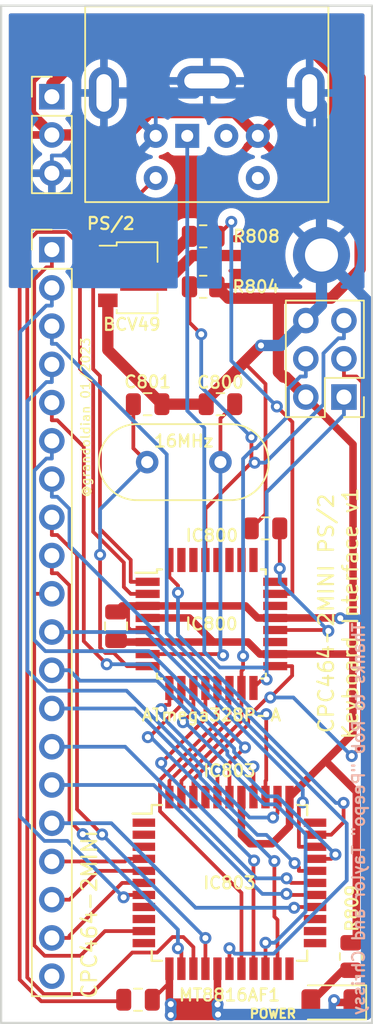
<source format=kicad_pcb>
(kicad_pcb (version 20211014) (generator pcbnew)
  (layers (0 "F.Cu" signal) (31 "B.Cu" signal) (34 "B.Paste" user) (35 "F.Paste" user) (36 "B.SilkS" user "B.Silkscreen") (37 "F.SilkS" user "F.Silkscreen") (38 "B.Mask" user) (39 "F.Mask" user) (44 "Edge.Cuts" user))
  (net 0 "")
  (net 1 "Net-(C800-Pad1)")
  (net 2 "GND")
  (net 3 "Net-(C801-Pad1)")
  (net 4 "Net-(C802-Pad1)")
  (net 5 "/ROW7")
  (net 6 "ADRESET")
  (net 7 "+5V")
  (net 8 "/COL9")
  (net 9 "/ROW0")
  (net 10 "/ROW1")
  (net 11 "/ROW2")
  (net 12 "/ROW3")
  (net 13 "/ROW4")
  (net 14 "/ROW5")
  (net 15 "/ROW6")
  (net 16 "/COL0")
  (net 17 "/COL1")
  (net 18 "/COL2")
  (net 19 "/COL3")
  (net 20 "/COL4")
  (net 21 "/COL5")
  (net 22 "/COL6")
  (net 23 "/COL7")
  (net 24 "/COL8")
  (net 25 "PS2-DATA")
  (net 27 "/AA6")
  (net 28 "/AA7")
  (net 29 "/AA1")
  (net 30 "/AA2")
  (net 31 "/AA3")
  (net 32 "/AA4")
  (net 33 "/AA5")
  (net 34 "PS2-CLK")
  (net 35 "MTSTROBE")
  (net 36 "AY2")
  (net 37 "AY1")
  (net 38 "AY0")
  (net 39 "AX2")
  (net 40 "AX1")
  (net 41 "AX0")
  (net 42 "ADMOSI")
  (net 43 "/AD0")
  (net 44 "ADSCK")
  (net 45 "/AD1")
  (net 46 "/COL14")
  (net 47 "BREAK")
  (net 48 "/COL15")
  (net 49 "/COL10")
  (net 50 "/COL11")
  (net 51 "/COL13")
  (net 52 "/COL12")
  (net 53 "MTDATA")
  (net 54 "Net-(R808-Pad1)")
  (net 55 "Net-(D810-Pad2)")
  (net 62 "!RST")
  (footprint "Capacitor_SMD:C_0805_2012Metric" (layer "F.Cu") (at 53.9 56.9 180)
    (fp_text reference "C800")
    (fp_text value "20pF" hide)
  )
  (footprint "Resistor_SMD:R_0805_2012Metric" (layer "F.Cu") (at 62.59 93.59 90)
    (fp_text reference "R809")
    (fp_text value "1K" hide)
  )
  (footprint "Crystal:Crystal_HC49-U_Vertical" (layer "F.Cu") (at 53.9 60.75 180)
    (fp_text reference "Y800" hide)
    (fp_text value "16MHz")
  )
  (footprint "Capacitor_SMD:C_0805_2012Metric" (layer "F.Cu") (at 48.41 96.46 180)
    (fp_text reference "C807" hide)
    (fp_text value "100nF" hide)
  )
  (footprint "Package_QFP:TQFP-32_7x7mm_P0.8mm" (layer "F.Cu") (at 53.3 71.5)
    (fp_text reference "IC800")
    (fp_text value "ATmega328P-A")
  )
  (footprint "Connector_PinHeader_2.54mm:PinHeader_1x20_P2.54mm_Vertical" (layer "F.Cu") (at 42.672 46.6344)
    (fp_text reference "CP002" hide)
    (fp_text value "CPC464-2MINI")
  )
  (footprint "Connector_PinHeader_2.54mm:PinHeader_1x03_P2.54mm_Vertical" (layer "F.Cu") (at 42.672 36.4744)
    (fp_text reference "J105" hide)
    (fp_text value "CPCMINIPWR" hide)
  )
  (footprint "Connector_PinHeader_2.54mm:PinHeader_2x03_P2.54mm_Vertical" (layer "F.Cu") (at 62.125 56.425 180)
    (fp_text reference "J800" hide)
    (fp_text value "ISP6" hide)
  )
  (footprint "Package_QFP:TQFP-44_10x10mm_P0.8mm" (layer "F.Cu") (at 54.5 88.7)
    (fp_text reference "IC803")
    (fp_text value "MT8816AF1")
  )
  (footprint "Capacitor_SMD:C_0805_2012Metric" (layer "F.Cu") (at 46.95 71.65 -90)
    (fp_text reference "C806" hide)
    (fp_text value "100nF" hide)
  )
  (footprint "MTKeyboard:Connector_Mini-DIN_Female_6Pin_2rows" (layer "F.Cu") (at 51.69 39.075 180)
    (fp_text reference "J804" hide)
    (fp_text value "PS/2")
  )
  (footprint "Capacitor_SMD:C_0805_2012Metric" (layer "F.Cu") (at 49.05 56.9)
    (fp_text reference "C801")
    (fp_text value "20pF" hide)
  )
  (footprint "MountingHole:MountingHole_2.2mm_M2_DIN965_Pad" (layer "F.Cu") (at 60.6298 46.99)
    (fp_text reference "H9" hide)
    (fp_text value "Smaller Keyboard Hole" hide)
  )
  (footprint "Resistor_SMD:R_0805_2012Metric" (layer "F.Cu") (at 52.75 45.75)
    (fp_text reference "R808")
    (fp_text value "1K5" hide)
  )
  (footprint "Resistor_SMD:R_0805_2012Metric" (layer "F.Cu") (at 52.75 49.1 180)
    (fp_text reference "R804")
    (fp_text value "10K" hide)
  )
  (footprint "Package_TO_SOT_SMD:SOT-89-3" (layer "F.Cu") (at 48.05 48.5)
    (fp_text reference "Q800" hide)
    (fp_text value "BCV49")
  )
  (footprint "LED_SMD:LED_1206_3216Metric" (layer "F.Cu") (at 61.32 96.64 180)
    (fp_text reference "D810" hide)
    (fp_text value "POWER")
  )
  (footprint "Capacitor_SMD:C_0805_2012Metric" (layer "F.Cu") (at 56.9 65.15 180)
    (fp_text reference "C802" hide)
    (fp_text value "100nF" hide)
  )
  (gr_rect locked (start 39.2938 30.4292) (end 64 98) (layer "Edge.Cuts") (width 0.15) (fill none))
  (gr_text "Thanks to Rob {dblquote}Peepo{dblquote} Taylor and Chrissy" (at 63.1 84.45 90) (layer "B.SilkS") (effects (font (size 0.8 0.8)) (justify mirror)))
  (gr_text "CPC464-2MINI PS/2\nKeyboard Interface v1" (at 61.75 70.8 90) (layer "F.SilkS") (effects (font (size 1 1))))
  (gr_text "@grandoldian 01/2023" (at 44.92 57.78 90) (layer "F.SilkS") (effects (font (size 0.6 0.6) (thickness 0.1))))
  (segment (start 53.9 57.85) (end 54.85 56.9) (width 0.25) (layer "F.Cu") (net 1))
  (segment (start 53.9958 73.5) (end 54.0771 73.5813) (width 0.25) (layer "F.Cu") (net 1))
  (segment (start 53.9 60.75) (end 53.9 57.85) (width 0.25) (layer "F.Cu") (net 1))
  (segment (start 49.05 73.5) (end 53.9958 73.5) (width 0.25) (layer "F.Cu") (net 1))
  (via (at 54.0771 73.5813) (size 0.8) (drill 0.4) (layers "F.Cu" "B.Cu") (net 1))
  (segment (start 53.9 73.4042) (end 53.9 60.75) (width 0.25) (layer "B.Cu") (net 1))
  (segment (start 54.0771 73.5813) (end 53.9 73.4042) (width 0.25) (layer "B.Cu") (net 1))
  (segment (start 50.5 95.53) (end 50.29 95.53) (width 0.25) (layer "F.Cu") (net 2))
  (segment (start 50.5 94.4) (end 50.5 95.53) (width 0.5) (layer "F.Cu") (net 2))
  (segment (start 55.575 70.3) (end 56.375 71.1) (width 0.5) (layer "F.Cu") (net 2))
  (segment (start 55.4748 54.1252) (end 56.9014 55.5518) (width 0.25) (layer "F.Cu") (net 2))
  (segment (start 61.8805 71.12) (end 61.8605 71.1) (width 0.5) (layer "F.Cu") (net 2))
  (segment (start 50.5 96.66) (end 50.59 96.75) (width 0.5) (layer "F.Cu") (net 2))
  (segment (start 49.05 70.3) (end 47.75 70.3) (width 0.5) (layer "F.Cu") (net 2))
  (segment (start 46.4 53.3) (end 46.4 50) (width 0.75) (layer "F.Cu") (net 2))
  (segment (start 61.8605 71.1) (end 57.55 71.1) (width 0.5) (layer "F.Cu") (net 2))
  (segment (start 49.05 71.9) (end 47.9249 71.9) (width 0.25) (layer "F.Cu") (net 2))
  (segment (start 62.72 96.64) (end 61.62 96.64) (width 0.5) (layer "F.Cu") (net 2))
  (segment (start 53.7 96.76) (end 53.71 96.77) (width 0.5) (layer "F.Cu") (net 2))
  (segment (start 52.95 56.9) (end 52.95 56.65) (width 0.75) (layer "F.Cu") (net 2))
  (segment (start 55.4748 54.1252) (end 56.6 53) (width 0.75) (layer "F.Cu") (net 2))
  (segment (start 53.69 96.75) (end 53.7 96.76) (width 0.75) (layer "F.Cu") (net 2))
  (segment (start 53.7 94.4) (end 53.7 96.76) (width 0.5) (layer "F.Cu") (net 2))
  (segment (start 47.75 70.3) (end 47.75 71.7251) (width 0.25) (layer "F.Cu") (net 2))
  (segment (start 50.29 95.53) (end 49.36 96.46) (width 0.25) (layer "F.Cu") (net 2))
  (segment (start 56.9014 55.5518) (end 56.9014 64.1986) (width 0.25) (layer "F.Cu") (net 2))
  (segment (start 53.74 97.44) (end 50.63 97.44) (width 0.75) (layer "F.Cu") (net 2))
  (segment (start 50.63 97.44) (end 50.59 97.48) (width 0.75) (layer "F.Cu") (net 2))
  (segment (start 47.75 71.7251) (end 47.9249 71.9) (width 0.25) (layer "F.Cu") (net 2))
  (segment (start 56.9014 64.1986) (end 55.95 65.15) (width 0.25) (layer "F.Cu") (net 2))
  (segment (start 50 56.9) (end 52.95 56.9) (width 0.75) (layer "F.Cu") (net 2))
  (segment (start 50.5 95.53) (end 50.5 96.66) (width 0.5) (layer "F.Cu") (net 2))
  (segment (start 56.375 71.1) (end 57.55 71.1) (width 0.5) (layer "F.Cu") (net 2))
  (segment (start 49.05 70.3) (end 55.575 70.3) (width 0.5) (layer "F.Cu") (net 2))
  (segment (start 53.7 96.76) (end 53.71 96.77) (width 0.75) (layer "F.Cu") (net 2))
  (segment (start 52.95 56.65) (end 55.4748 54.1252) (width 0.75) (layer "F.Cu") (net 2))
  (segment (start 61.62 96.64) (end 61.47 96.49) (width 0.5) (layer "F.Cu") (net 2))
  (segment (start 50.59 96.75) (end 53.69 96.75) (width 0.75) (layer "F.Cu") (net 2))
  (segment (start 47.75 70.3) (end 47.35 70.3) (width 0.5) (layer "F.Cu") (net 2))
  (segment (start 50 56.9) (end 46.4 53.3) (width 0.75) (layer "F.Cu") (net 2))
  (segment (start 47.35 70.3) (end 46.95 70.7) (width 0.5) (layer "F.Cu") (net 2))
  (via (at 50.59 96.75) (size 0.8) (drill 0.4) (layers "F.Cu" "B.Cu") (net 2))
  (via (at 50.59 97.48) (size 0.8) (drill 0.4) (layers "F.Cu" "B.Cu") (net 2))
  (via (at 56.6 53) (size 0.8) (drill 0.4) (layers "F.Cu" "B.Cu") (net 2))
  (via (at 61.47 96.49) (size 0.8) (drill 0.4) (layers "F.Cu" "B.Cu") (net 2))
  (via (at 61.8805 71.12) (size 0.8) (drill 0.4) (layers "F.Cu" "B.Cu") (net 2))
  (via (at 53.74 97.44) (size 0.8) (drill 0.4) (layers "F.Cu" "B.Cu") (net 2))
  (via (at 53.71 96.77) (size 0.8) (drill 0.4) (layers "F.Cu" "B.Cu") (net 2))
  (segment (start 44.0608 40.3793) (end 46.14 38.3001) (width 0.25) (layer "B.Cu") (net 2))
  (segment (start 53.71 96.77) (end 53.71 97.41) (width 0.75) (layer "B.Cu") (net 2))
  (segment (start 49.74 36.225) (end 49.59 36.375) (width 0.25) (layer "B.Cu") (net 2))
  (segment (start 57.93 53) (end 59.585 51.345) (width 0.75) (layer "B.Cu") (net 2))
  (segment (start 63.43 71.12) (end 63.625 70.925) (width 0.5) (layer "B.Cu") (net 2))
  (segment (start 61.8805 71.12) (end 63.43 71.12) (width 0.5) (layer "B.Cu") (net 2))
  (segment (start 56.6 53) (end 57.93 53) (width 0.75) (layer "B.Cu") (net 2))
  (segment (start 42.672 40.3793) (end 44.0608 40.3793) (width 0.25) (layer "B.Cu") (net 2))
  (segment (start 63.625 97.42) (end 63.605 97.44) (width 0.75) (layer "B.Cu") (net 2))
  (segment (start 59.84 36.225) (end 53.79 36.225) (width 0.75) (layer "B.Cu") (net 2))
  (segment (start 52.19 36.225) (end 52.99 35.425) (width 0.75) (layer "B.Cu") (net 2))
  (segment (start 61.47 96.49) (end 61.35 96.61) (width 0.5) (layer "B.Cu") (net 2))
  (segment (start 53.71 97.41) (end 53.74 97.44) (width 0.75) (layer "B.Cu") (net 2))
  (segment (start 63.605 97.44) (end 61.35 97.44) (width 0.75) (layer "B.Cu") (net 2))
  (segment (start 63.625 49.9852) (end 63.625 70.925) (width 0.75) (layer "B.Cu") (net 2))
  (segment (start 63.625 70.925) (end 63.625 97.42) (width 0.75) (layer "B.Cu") (net 2))
  (segment (start 49.59 36.375) (end 49.59 39.075) (width 0.25) (layer "B.Cu") (net 2))
  (segment (start 60.6298 46.99) (end 60.6298 50.3002) (width 0.75) (layer "B.Cu") (net 2))
  (segment (start 42.672 41.5544) (end 42.672 40.3793) (width 0.25) (layer "B.Cu") (net 2))
  (segment (start 53.79 36.225) (end 52.99 35.425) (width 0.75) (layer "B.Cu") (net 2))
  (segment (start 60.6298 46.99) (end 63.625 49.9852) (width 0.75) (layer "B.Cu") (net 2))
  (segment (start 61.35 96.61) (end 61.35 97.44) (width 0.5) (layer "B.Cu") (net 2))
  (segment (start 60.6298 50.3002) (end 59.585 51.345) (width 0.75) (layer "B.Cu") (net 2))
  (segment (start 50.59 97.48) (end 50.59 96.75) (width 0.75) (layer "B.Cu") (net 2))
  (segment (start 46.14 36.225) (end 49.74 36.225) (width 0.75) (layer "B.Cu") (net 2))
  (segment (start 58.45 97.44) (end 53.74 97.44) (width 0.75) (layer "B.Cu") (net 2))
  (segment (start 46.14 36.225) (end 46.14 38.3001) (width 0.25) (layer "B.Cu") (net 2))
  (segment (start 60.6298 46.99) (end 60.6298 37.0148) (width 0.75) (layer "B.Cu") (net 2))
  (segment (start 49.74 36.225) (end 52.19 36.225) (width 0.75) (layer "B.Cu") (net 2))
  (segment (start 61.35 97.44) (end 58.45 97.44) (width 0.75) (layer "B.Cu") (net 2))
  (segment (start 60.6298 37.0148) (end 59.84 36.225) (width 0.75) (layer "B.Cu") (net 2))
  (segment (start 46.2367 73.4262) (end 45.8844 73.0739) (width 0.25) (layer "F.Cu") (net 3))
  (segment (start 45.8844 73.0739) (end 45.8844 66.8999) (width 0.25) (layer "F.Cu") (net 3))
  (segment (start 47.6775 74.3) (end 46.8037 73.4262) (width 0.25) (layer "F.Cu") (net 3))
  (segment (start 48.1 56.9) (end 48.1 59.83) (width 0.25) (layer "F.Cu") (net 3))
  (segment (start 49.05 74.3) (end 47.6775 74.3) (width 0.25) (layer "F.Cu") (net 3))
  (segment (start 46.8037 73.4262) (end 46.2367 73.4262) (width 0.25) (layer "F.Cu") (net 3))
  (segment (start 48.1 59.83) (end 49.02 60.75) (width 0.25) (layer "F.Cu") (net 3))
  (via (at 45.8844 66.8999) (size 0.8) (drill 0.4) (layers "F.Cu" "B.Cu") (net 3))
  (segment (start 45.8844 63.8856) (end 45.8844 66.8999) (width 0.25) (layer "B.Cu") (net 3))
  (segment (start 49.02 60.75) (end 45.8844 63.8856) (width 0.25) (layer "B.Cu") (net 3))
  (segment (start 57.85 65.15) (end 57.85 67.8182) (width 0.25) (layer "F.Cu") (net 4))
  (segment (start 61.0262 71.9) (end 61.0868 71.9606) (width 0.25) (layer "F.Cu") (net 4))
  (segment (start 57.55 71.9) (end 61.0262 71.9) (width 0.25) (layer "F.Cu") (net 4))
  (via (at 61.0868 71.9606) (size 0.8) (drill 0.4) (layers "F.Cu" "B.Cu") (net 4))
  (via (at 57.85 67.8182) (size 0.8) (drill 0.4) (layers "F.Cu" "B.Cu") (net 4))
  (segment (start 57.85 68.7238) (end 57.85 67.8182) (width 0.25) (layer "B.Cu") (net 4))
  (segment (start 61.0868 71.9606) (end 57.85 68.7238) (width 0.25) (layer "B.Cu") (net 4))
  (segment (start 42.672 46.6344) (end 42.672 47.8095) (width 0.25) (layer "F.Cu") (net 5))
  (segment (start 42.1948 93.5402) (end 44.5707 93.5402) (width 0.25) (layer "F.Cu") (net 5))
  (segment (start 41.4969 48.6173) (end 42.3047 47.8095) (width 0.25) (layer "F.Cu") (net 5))
  (segment (start 42.3047 47.8095) (end 42.672 47.8095) (width 0.25) (layer "F.Cu") (net 5))
  (segment (start 41.4969 69.4944) (end 41.4969 48.6173) (width 0.25) (layer "F.Cu") (net 5))
  (segment (start 41.4969 69.4944) (end 41.4969 92.8423) (width 0.25) (layer "F.Cu") (net 5))
  (segment (start 44.5707 93.5402) (end 46.2109 91.9) (width 0.25) (layer "F.Cu") (net 5))
  (segment (start 46.2109 91.9) (end 48.8 91.9) (width 0.25) (layer "F.Cu") (net 5))
  (segment (start 42.672 69.4944) (end 41.4969 69.4944) (width 0.25) (layer "F.Cu") (net 5))
  (segment (start 41.4969 92.8423) (end 42.1948 93.5402) (width 0.25) (layer "F.Cu") (net 5))
  (segment (start 51.8375 51.471) (end 51.8375 49.1) (width 0.25) (layer "F.Cu") (net 6))
  (segment (start 52.9 67.25) (end 52.9 63.8476) (width 0.25) (layer "F.Cu") (net 6))
  (segment (start 52.6206 52.2541) (end 51.8375 51.471) (width 0.25) (layer "F.Cu") (net 6))
  (segment (start 55.964 60.7836) (end 56.1762 60.7836) (width 0.25) (layer "F.Cu") (net 6))
  (segment (start 52.9 63.8476) (end 55.964 60.7836) (width 0.25) (layer "F.Cu") (net 6))
  (segment (start 55.964 60.7836) (end 55.964 59.0976) (width 0.25) (layer "F.Cu") (net 6))
  (via (at 52.6206 52.2541) (size 0.8) (drill 0.4) (layers "F.Cu" "B.Cu") (net 6))
  (via (at 55.964 59.0976) (size 0.8) (drill 0.4) (layers "F.Cu" "B.Cu") (net 6))
  (via (at 56.1762 60.7836) (size 0.8) (drill 0.4) (layers "F.Cu" "B.Cu") (net 6))
  (segment (start 56.8961 60.7836) (end 60.7602 56.9195) (width 0.25) (layer "B.Cu") (net 6))
  (segment (start 62.125 51.345) (end 62.125 52.5201) (width 0.25) (layer "B.Cu") (net 6))
  (segment (start 55.964 59.0976) (end 52.6206 55.7542) (width 0.25) (layer "B.Cu") (net 6))
  (segment (start 56.1762 60.7836) (end 56.8961 60.7836) (width 0.25) (layer "B.Cu") (net 6))
  (segment (start 61.7597 52.5201) (end 62.125 52.5201) (width 0.25) (layer "B.Cu") (net 6))
  (segment (start 52.6206 55.7542) (end 52.6206 52.2541) (width 0.25) (layer "B.Cu") (net 6))
  (segment (start 60.7602 53.5196) (end 61.7597 52.5201) (width 0.25) (layer "B.Cu") (net 6))
  (segment (start 60.7602 56.9195) (end 60.7602 53.5196) (width 0.25) (layer "B.Cu") (net 6))
  (segment (start 63.2 47.93) (end 61.27 49.86) (width 0.75) (layer "F.Cu") (net 7))
  (segment (start 40.5283 38.7831) (end 40.5283 95.124) (width 0.25) (layer "F.Cu") (net 7))
  (segment (start 62.72 78.78) (end 62.72 73.55) (width 0.5) (layer "F.Cu") (net 7))
  (segment (start 41.247 37.5894) (end 41.247 35.373) (width 0.75) (layer "F.Cu") (net 7))
  (segment (start 63.2 35.23) (end 63.2 47.93) (width 0.75) (layer "F.Cu") (net 7))
  (segment (start 47.7061 39.0144) (end 48.96 37.7605) (width 0.75) (layer "F.Cu") (net 7))
  (segment (start 62.73 59.57) (end 59.585 56.425) (width 0.5) (layer "F.Cu") (net 7))
  (segment (start 62.67 73.5) (end 62.72 73.55) (width 0.25) (layer "F.Cu") (net 7))
  (segment (start 44.37 32.25) (end 60.22 32.25) (width 0.75) (layer "F.Cu") (net 7))
  (segment (start 58.26 55.1) (end 58.09 55.1) (width 0.75) (layer "F.Cu") (net 7))
  (segment (start 40.5283 95.124) (end 41.964 96.5597) (width 0.25) (layer "F.Cu") (net 7))
  (segment (start 42.672 39.0144) (end 41.4845 37.8269) (width 0.75) (layer "F.Cu") (net 7))
  (segment (start 55.3 85.52) (end 55.88 86.1) (width 0.5) (layer "F.Cu") (net 7))
  (segment (start 41.4845 37.8269) (end 41.247 37.5894) (width 0.75) (layer "F.Cu") (net 7))
  (segment (start 46.95 72.6) (end 47.05 72.7) (width 0.5) (layer "F.Cu") (net 7))
  (segment (start 54.845 37.53) (end 56.39 39.075) (width 0.75) (layer "F.Cu") (net 7))
  (segment (start 56.53 73.5) (end 57.55 73.5) (width 0.5) (layer "F.Cu") (net 7))
  (segment (start 57.55 73.5) (end 62.67 73.5) (width 0.5) (layer "F.Cu") (net 7))
  (segment (start 47.3603 96.5597) (end 47.46 96.46) (width 0.25) (layer "F.Cu") (net 7))
  (segment (start 59.585 56.425) (end 58.26 55.1) (width 0.75) (layer "F.Cu") (net 7))
  (segment (start 62.67 73.5) (end 62.73 73.5) (width 0.5) (layer "F.Cu") (net 7))
  (segment (start 57.34 86.1) (end 58.5 84.94) (width 0.5) (layer "F.Cu") (net 7))
  (segment (start 61.27 49.86) (end 57.76 49.86) (width 0.75) (layer "F.Cu") (net 7))
  (segment (start 62.95 92.3175) (end 62.59 92.6775) (width 0.5) (layer "F.Cu") (net 7))
  (segment (start 57.76 49.86) (end 54.4225 49.86) (width 0.75) (layer "F.Cu") (net 7))
  (segment (start 58.5 83) (end 60.905 80.595) (width 0.5) (layer "F.Cu") (net 7))
  (segment (start 58.5 84.94) (end 58.5 83) (width 0.5) (layer "F.Cu") (net 7))
  (segment (start 55.73 72.7) (end 56.53 73.5) (width 0.5) (layer "F.Cu") (net 7))
  (segment (start 62.95 82.64) (end 62.95 92.3175) (width 0.5) (layer "F.Cu") (net 7))
  (segment (start 42.672 39.0144) (end 47.7061 39.0144) (width 0.75) (layer "F.Cu") (net 7))
  (segment (start 57.76 54.77) (end 57.76 49.86) (width 0.75) (layer "F.Cu") (net 7))
  (segment (start 54.4225 49.86) (end 53.6625 49.1) (width 0.75) (layer "F.Cu") (net 7))
  (segment (start 62.73 73.5) (end 62.73 59.57) (width 0.5) (layer "F.Cu") (net 7))
  (segment (start 58.09 55.1) (end 57.76 54.77) (width 0.75) (layer "F.Cu") (net 7))
  (segment (start 41.964 96.5597) (end 47.3603 96.5597) (width 0.25) (layer "F.Cu") (net 7))
  (segment (start 47.05 72.7) (end 49.05 72.7) (width 0.5) (layer "F.Cu") (net 7))
  (segment (start 60.22 32.25) (end 63.2 35.23) (width 0.75) (layer "F.Cu") (net 7))
  (segment (start 49.05 72.7) (end 53.42 72.7) (width 0.5) (layer "F.Cu") (net 7))
  (segment (start 48.96 37.53) (end 54.845 37.53) (width 0.75) (layer "F.Cu") (net 7))
  (segment (start 53.42 72.7) (end 55.73 72.7) (width 0.5) (layer "F.Cu") (net 7))
  (segment (start 55.3 83) (end 55.3 85.52) (width 0.5) (layer "F.Cu") (net 7))
  (segment (start 48.96 37.7605) (end 48.96 37.53) (width 0.75) (layer "F.Cu") (net 7))
  (segment (start 41.247 35.373) (end 44.37 32.25) (width 0.75) (layer "F.Cu") (net 7))
  (segment (start 55.88 86.1) (end 57.34 86.1) (width 0.5) (layer "F.Cu") (net 7))
  (segment (start 60.905 80.595) (end 62.95 82.64) (width 0.5) (layer "F.Cu") (net 7))
  (segment (start 49.05 71.1) (end 51.82 71.1) (width 0.5) (layer "F.Cu") (net 7))
  (segment (start 51.82 71.1) (end 53.42 72.7) (width 0.5) (layer "F.Cu") (net 7))
  (segment (start 60.905 80.595) (end 62.72 78.78) (width 0.5) (layer "F.Cu") (net 7))
  (segment (start 41.4845 37.8269) (end 40.5283 38.7831) (width 0.25) (layer "F.Cu") (net 7))
  (segment (start 47.4499 89.6561) (end 47.5688 89.6561) (width 0.25) (layer "F.Cu") (net 8))
  (segment (start 48.8 89.5) (end 47.7249 89.5) (width 0.25) (layer "F.Cu") (net 8))
  (segment (start 47.5688 89.6561) (end 47.7249 89.5) (width 0.25) (layer "F.Cu") (net 8))
  (via (at 47.4499 89.6561) (size 0.8) (drill 0.4) (layers "F.Cu" "B.Cu") (net 8))
  (segment (start 42.672 50.3495) (end 42.3048 50.3495) (width 0.25) (layer "B.Cu") (net 8))
  (segment (start 40.5678 84.2978) (end 42.1796 85.9096) (width 0.25) (layer "B.Cu") (net 8))
  (segment (start 43.7034 85.9096) (end 47.4499 89.6561) (width 0.25) (layer "B.Cu") (net 8))
  (segment (start 42.1796 85.9096) (end 43.7034 85.9096) (width 0.25) (layer "B.Cu") (net 8))
  (segment (start 40.5678 52.0865) (end 40.5678 84.2978) (width 0.25) (layer "B.Cu") (net 8))
  (segment (start 42.3048 50.3495) (end 40.5678 52.0865) (width 0.25) (layer "B.Cu") (net 8))
  (segment (start 42.672 49.1744) (end 42.672 50.3495) (width 0.25) (layer "B.Cu") (net 8))
  (segment (start 62.1 84.6751) (end 62.1 83.3868) (width 0.25) (layer "F.Cu") (net 9))
  (segment (start 60.2 85.5) (end 61.2751 85.5) (width 0.25) (layer "F.Cu") (net 9))
  (segment (start 61.2751 85.5) (end 62.1 84.6751) (width 0.25) (layer "F.Cu") (net 9))
  (via (at 62.1 83.3868) (size 0.8) (drill 0.4) (layers "F.Cu" "B.Cu") (net 9))
  (segment (start 62.1 83.3868) (end 61.584 83.3868) (width 0.25) (layer "B.Cu") (net 9))
  (segment (start 42.9835 52.8895) (end 42.672 52.8895) (width 0.25) (layer "B.Cu") (net 9))
  (segment (start 50.3208 72.1236) (end 50.3208 60.2268) (width 0.25) (layer "B.Cu") (net 9))
  (segment (start 42.672 51.7144) (end 42.672 52.8895) (width 0.25) (layer "B.Cu") (net 9))
  (segment (start 61.584 83.3868) (end 50.3208 72.1236) (width 0.25) (layer "B.Cu") (net 9))
  (segment (start 50.3208 60.2268) (end 42.9835 52.8895) (width 0.25) (layer "B.Cu") (net 9))
  (segment (start 57.6839 84.0751) (end 57.7 84.0751) (width 0.25) (layer "F.Cu") (net 10))
  (segment (start 57.4016 84.3574) (end 57.6839 84.0751) (width 0.25) (layer "F.Cu") (net 10))
  (segment (start 57.7 83) (end 57.7 84.0751) (width 0.25) (layer "F.Cu") (net 10))
  (via (at 57.4016 84.3574) (size 0.8) (drill 0.4) (layers "F.Cu" "B.Cu") (net 10))
  (segment (start 42.672 54.2544) (end 42.672 55.4295) (width 0.25) (layer "B.Cu") (net 10))
  (segment (start 42.672 55.4295) (end 42.3047 55.4295) (width 0.25) (layer "B.Cu") (net 10))
  (segment (start 55.8422 84.3574) (end 57.4016 84.3574) (width 0.25) (layer "B.Cu") (net 10))
  (segment (start 47.6449 75.928) (end 53.004 81.2871) (width 0.25) (layer "B.Cu") (net 10))
  (segment (start 53.004 81.2871) (end 53.004 81.5192) (width 0.25) (layer "B.Cu") (net 10))
  (segment (start 41.0462 56.688) (end 41.0462 74.612) (width 0.25) (layer "B.Cu") (net 10))
  (segment (start 41.0462 74.612) (end 42.3622 75.928) (width 0.25) (layer "B.Cu") (net 10))
  (segment (start 42.3622 75.928) (end 47.6449 75.928) (width 0.25) (layer "B.Cu") (net 10))
  (segment (start 53.004 81.5192) (end 55.8422 84.3574) (width 0.25) (layer "B.Cu") (net 10))
  (segment (start 42.3047 55.4295) (end 41.0462 56.688) (width 0.25) (layer "B.Cu") (net 10))
  (segment (start 44.7984 59.7287) (end 44.7984 72.6443) (width 0.25) (layer "F.Cu") (net 11))
  (segment (start 56.1 83) (end 56.1 80.9711) (width 0.25) (layer "F.Cu") (net 11))
  (segment (start 43.0392 57.9695) (end 44.7984 59.7287) (width 0.25) (layer "F.Cu") (net 11))
  (segment (start 42.672 57.9695) (end 43.0392 57.9695) (width 0.25) (layer "F.Cu") (net 11))
  (segment (start 44.7984 72.6443) (end 46.3287 74.1746) (width 0.25) (layer "F.Cu") (net 11))
  (segment (start 42.672 56.7944) (end 42.672 57.9695) (width 0.25) (layer "F.Cu") (net 11))
  (via (at 56.1 80.9711) (size 0.8) (drill 0.4) (layers "F.Cu" "B.Cu") (net 11))
  (via (at 46.3287 74.1746) (size 0.8) (drill 0.4) (layers "F.Cu" "B.Cu") (net 11))
  (segment (start 55.7801 80.9711) (end 56.1 80.9711) (width 0.25) (layer "B.Cu") (net 11))
  (segment (start 46.3287 74.1746) (end 49.2158 74.1746) (width 0.25) (layer "B.Cu") (net 11))
  (segment (start 54.81 80.001) (end 55.7801 80.9711) (width 0.25) (layer "B.Cu") (net 11))
  (segment (start 54.81 79.7688) (end 54.81 80.001) (width 0.25) (layer "B.Cu") (net 11))
  (segment (start 49.2158 74.1746) (end 54.81 79.7688) (width 0.25) (layer "B.Cu") (net 11))
  (segment (start 54.5 81.9249) (end 54.5 80.7358) (width 0.25) (layer "F.Cu") (net 12))
  (segment (start 54.5 83) (end 54.5 81.9249) (width 0.25) (layer "F.Cu") (net 12))
  (segment (start 54.5 80.7358) (end 55.5351 79.7007) (width 0.25) (layer "F.Cu") (net 12))
  (via (at 55.5351 79.7007) (size 0.8) (drill 0.4) (layers "F.Cu" "B.Cu") (net 12))
  (segment (start 42.2392 73.3044) (end 49.1388 73.3044) (width 0.25) (layer "B.Cu") (net 12))
  (segment (start 49.1388 73.3044) (end 55.5351 79.7007) (width 0.25) (layer "B.Cu") (net 12))
  (segment (start 41.4963 61.318) (end 41.4963 72.5615) (width 0.25) (layer "B.Cu") (net 12))
  (segment (start 41.4963 72.5615) (end 42.2392 73.3044) (width 0.25) (layer "B.Cu") (net 12))
  (segment (start 42.672 59.3344) (end 42.672 60.5095) (width 0.25) (layer "B.Cu") (net 12))
  (segment (start 42.3048 60.5095) (end 41.4963 61.318) (width 0.25) (layer "B.Cu") (net 12))
  (segment (start 42.672 60.5095) (end 42.3048 60.5095) (width 0.25) (layer "B.Cu") (net 12))
  (segment (start 54.5 94.4) (end 54.5 93.0435) (width 0.25) (layer "F.Cu") (net 13))
  (via (at 54.5 93.0435) (size 0.8) (drill 0.4) (layers "F.Cu" "B.Cu") (net 13))
  (segment (start 43.8471 63.8573) (end 43.8471 66.299) (width 0.25) (layer "B.Cu") (net 13))
  (segment (start 43.0393 63.0495) (end 43.8471 63.8573) (width 0.25) (layer "B.Cu") (net 13))
  (segment (start 62.3106 88.5382) (end 57.4487 93.4001) (width 0.25) (layer "B.Cu") (net 13))
  (segment (start 42.672 63.0495) (end 43.0393 63.0495) (width 0.25) (layer "B.Cu") (net 13))
  (segment (start 42.672 61.8744) (end 42.672 63.0495) (width 0.25) (layer "B.Cu") (net 13))
  (segment (start 43.8471 66.299) (end 62.3106 84.7625) (width 0.25) (layer "B.Cu") (net 13))
  (segment (start 54.8566 93.4001) (end 54.5 93.0435) (width 0.25) (layer "B.Cu") (net 13))
  (segment (start 62.3106 84.7625) (end 62.3106 88.5382) (width 0.25) (layer "B.Cu") (net 13))
  (segment (start 57.4487 93.4001) (end 54.8566 93.4001) (width 0.25) (layer "B.Cu") (net 13))
  (segment (start 44.3482 66.8985) (end 43.0392 65.5895) (width 0.25) (layer "F.Cu") (net 14))
  (segment (start 46.0178 85.4806) (end 44.3482 83.811) (width 0.25) (layer "F.Cu") (net 14))
  (segment (start 42.672 64.4144) (end 42.672 65.5895) (width 0.25) (layer "F.Cu") (net 14))
  (segment (start 52.9 92.3628) (end 52.9 94.4) (width 0.25) (layer "F.Cu") (net 14))
  (segment (start 44.3482 83.811) (end 44.3482 66.8985) (width 0.25) (layer "F.Cu") (net 14))
  (segment (start 43.0392 65.5895) (end 42.672 65.5895) (width 0.25) (layer "F.Cu") (net 14))
  (via (at 52.9 92.3628) (size 0.8) (drill 0.4) (layers "F.Cu" "B.Cu") (net 14))
  (via (at 46.0178 85.4806) (size 0.8) (drill 0.4) (layers "F.Cu" "B.Cu") (net 14))
  (segment (start 52.9 92.3628) (end 46.0178 85.4806) (width 0.25) (layer "B.Cu") (net 14))
  (segment (start 42.672 66.9544) (end 42.672 68.1295) (width 0.25) (layer "F.Cu") (net 15))
  (segment (start 43.8471 68.9373) (end 43.8471 84.582) (width 0.25) (layer "F.Cu") (net 15))
  (segment (start 51.3 94.4) (end 51.3 93.2702) (width 0.25) (layer "F.Cu") (net 15))
  (segment (start 51.3 93.2702) (end 51.0668 93.037) (width 0.25) (layer "F.Cu") (net 15))
  (segment (start 43.8471 84.582) (end 44.7282 85.4631) (width 0.25) (layer "F.Cu") (net 15))
  (segment (start 42.672 68.1295) (end 43.0393 68.1295) (width 0.25) (layer "F.Cu") (net 15))
  (segment (start 43.0393 68.1295) (end 43.8471 68.9373) (width 0.25) (layer "F.Cu") (net 15))
  (via (at 51.0668 93.037) (size 0.8) (drill 0.4) (layers "F.Cu" "B.Cu") (net 15))
  (via (at 44.7282 85.4631) (size 0.8) (drill 0.4) (layers "F.Cu" "B.Cu") (net 15))
  (segment (start 51.0667 93.037) (end 51.0667 91.8016) (width 0.25) (layer "B.Cu") (net 15))
  (segment (start 51.0667 91.8016) (end 44.7282 85.4631) (width 0.25) (layer "B.Cu") (net 15))
  (segment (start 51.0668 93.037) (end 51.0667 93.037) (width 0.25) (layer "B.Cu") (net 15))
  (segment (start 59.1249 86.3) (end 59.1249 83.6058) (width 0.25) (layer "F.Cu") (net 16))
  (segment (start 59.1249 83.6058) (end 59.3824 83.3483) (width 0.25) (layer "F.Cu") (net 16))
  (segment (start 60.2 86.3) (end 59.1249 86.3) (width 0.25) (layer "F.Cu") (net 16))
  (via (at 59.3824 83.3483) (size 0.8) (drill 0.4) (layers "F.Cu" "B.Cu") (net 16))
  (segment (start 59.3824 82.4837) (end 59.3824 83.3483) (width 0.25) (layer "B.Cu") (net 16))
  (segment (start 48.9331 72.0344) (end 59.3824 82.4837) (width 0.25) (layer "B.Cu") (net 16))
  (segment (start 42.672 72.0344) (end 48.9331 72.0344) (width 0.25) (layer "B.Cu") (net 16))
  (segment (start 60.2 87.1) (end 61.2751 87.1) (width 0.25) (layer "F.Cu") (net 17))
  (segment (start 61.2751 87.1) (end 61.5592 86.8159) (width 0.25) (layer "F.Cu") (net 17))
  (via (at 61.5592 86.8159) (size 0.8) (drill 0.4) (layers "F.Cu" "B.Cu") (net 17))
  (segment (start 42.672 74.5744) (end 43.8471 74.5744) (width 0.25) (layer "B.Cu") (net 17))
  (segment (start 55.0846 80.9121) (end 55.0846 81.0445) (width 0.25) (layer "B.Cu") (net 17))
  (segment (start 55.0846 81.0445) (end 56.9918 82.9517) (width 0.25) (layer "B.Cu") (net 17))
  (segment (start 57.695 82.9517) (end 61.5592 86.8159) (width 0.25) (layer "B.Cu") (net 17))
  (segment (start 56.9918 82.9517) (end 57.695 82.9517) (width 0.25) (layer "B.Cu") (net 17))
  (segment (start 54.3599 80.1874) (end 55.0846 80.9121) (width 0.25) (layer "B.Cu") (net 17))
  (segment (start 49.6713 75.2667) (end 54.3599 79.9553) (width 0.25) (layer "B.Cu") (net 17))
  (segment (start 43.8471 74.5744) (end 44.5394 75.2667) (width 0.25) (layer "B.Cu") (net 17))
  (segment (start 54.3599 79.9553) (end 54.3599 80.1874) (width 0.25) (layer "B.Cu") (net 17))
  (segment (start 44.5394 75.2667) (end 49.6713 75.2667) (width 0.25) (layer "B.Cu") (net 17))
  (segment (start 60.2 87.9) (end 59.1249 87.9) (width 0.25) (layer "F.Cu") (net 18))
  (segment (start 58.8378 87.3854) (end 59.1249 87.6725) (width 0.25) (layer "F.Cu") (net 18))
  (segment (start 59.1249 87.6725) (end 59.1249 87.9) (width 0.25) (layer "F.Cu") (net 18))
  (via (at 58.8378 87.3854) (size 0.8) (drill 0.4) (layers "F.Cu" "B.Cu") (net 18))
  (segment (start 43.8471 77.1144) (end 48.1947 77.1144) (width 0.25) (layer "B.Cu") (net 18))
  (segment (start 42.672 77.1144) (end 43.8471 77.1144) (width 0.25) (layer "B.Cu") (net 18))
  (segment (start 56.962 85.5096) (end 58.8378 87.3854) (width 0.25) (layer "B.Cu") (net 18))
  (segment (start 48.1947 77.1144) (end 52.5539 81.4736) (width 0.25) (layer "B.Cu") (net 18))
  (segment (start 52.5539 81.7057) (end 56.3578 85.5096) (width 0.25) (layer "B.Cu") (net 18))
  (segment (start 52.5539 81.4736) (end 52.5539 81.7057) (width 0.25) (layer "B.Cu") (net 18))
  (segment (start 56.3578 85.5096) (end 56.962 85.5096) (width 0.25) (layer "B.Cu") (net 18))
  (segment (start 58.6057 88.7) (end 58.303 88.3973) (width 0.25) (layer "F.Cu") (net 19))
  (segment (start 60.2 88.7) (end 58.6057 88.7) (width 0.25) (layer "F.Cu") (net 19))
  (via (at 58.303 88.3973) (size 0.8) (drill 0.4) (layers "F.Cu" "B.Cu") (net 19))
  (segment (start 42.672 79.6544) (end 43.8471 79.6544) (width 0.25) (layer "B.Cu") (net 19))
  (segment (start 43.8471 79.6544) (end 47.5552 79.6544) (width 0.25) (layer "B.Cu") (net 19))
  (segment (start 47.5552 79.6544) (end 56.2981 88.3973) (width 0.25) (layer "B.Cu") (net 19))
  (segment (start 56.2981 88.3973) (end 58.303 88.3973) (width 0.25) (layer "B.Cu") (net 19))
  (segment (start 58.3642 89.5) (end 58.293 89.4288) (width 0.25) (layer "F.Cu") (net 20))
  (segment (start 60.2 89.5) (end 58.3642 89.5) (width 0.25) (layer "F.Cu") (net 20))
  (via (at 58.293 89.4288) (size 0.8) (drill 0.4) (layers "F.Cu" "B.Cu") (net 20))
  (segment (start 56.693 89.4288) (end 58.293 89.4288) (width 0.25) (layer "B.Cu") (net 20))
  (segment (start 49.4586 82.1944) (end 56.693 89.4288) (width 0.25) (layer "B.Cu") (net 20))
  (segment (start 42.672 82.1944) (end 43.8471 82.1944) (width 0.25) (layer "B.Cu") (net 20))
  (segment (start 43.8471 82.1944) (end 49.4586 82.1944) (width 0.25) (layer "B.Cu") (net 20))
  (segment (start 59.074 90.3509) (end 59.1249 90.3) (width 0.25) (layer "F.Cu") (net 21))
  (segment (start 58.8063 90.3509) (end 59.074 90.3509) (width 0.25) (layer "F.Cu") (net 21))
  (segment (start 60.2 90.3) (end 59.1249 90.3) (width 0.25) (layer "F.Cu") (net 21))
  (via (at 58.8063 90.3509) (size 0.8) (drill 0.4) (layers "F.Cu" "B.Cu") (net 21))
  (segment (start 58.8063 90.3509) (end 52.2484 90.3509) (width 0.25) (layer "B.Cu") (net 21))
  (segment (start 52.2484 90.3509) (end 46.6319 84.7344) (width 0.25) (layer "B.Cu") (net 21))
  (segment (start 46.6319 84.7344) (end 42.672 84.7344) (width 0.25) (layer "B.Cu") (net 21))
  (segment (start 47.5505 87.2744) (end 47.7249 87.1) (width 0.25) (layer "F.Cu") (net 22))
  (segment (start 48.8 87.1) (end 47.7249 87.1) (width 0.25) (layer "F.Cu") (net 22))
  (segment (start 42.672 87.2744) (end 47.5505 87.2744) (width 0.25) (layer "F.Cu") (net 22))
  (segment (start 45.7615 87.9) (end 48.8 87.9) (width 0.25) (layer "F.Cu") (net 23))
  (segment (start 42.672 89.8144) (end 43.8471 89.8144) (width 0.25) (layer "F.Cu") (net 23))
  (segment (start 43.8471 89.8144) (end 45.7615 87.9) (width 0.25) (layer "F.Cu") (net 23))
  (segment (start 43.8471 92.3544) (end 43.8471 92.2075) (width 0.25) (layer "F.Cu") (net 24))
  (segment (start 47.3546 88.7) (end 48.8 88.7) (width 0.25) (layer "F.Cu") (net 24))
  (segment (start 42.672 92.3544) (end 43.8471 92.3544) (width 0.25) (layer "F.Cu") (net 24))
  (segment (start 43.8471 92.2075) (end 47.3546 88.7) (width 0.25) (layer "F.Cu") (net 24))
  (segment (start 56.6654 75.1846) (end 56.9757 75.1846) (width 0.25) (layer "F.Cu") (net 25))
  (segment (start 56.1 75.75) (end 56.6654 75.1846) (width 0.25) (layer "F.Cu") (net 25))
  (via (at 56.9757 75.1846) (size 0.8) (drill 0.4) (layers "F.Cu" "B.Cu") (net 25))
  (segment (start 51.69 57.3372) (end 52.8248 58.472) (width 0.25) (layer "B.Cu") (net 25))
  (segment (start 52.8248 73.3544) (end 53.862 74.3916) (width 0.25) (layer "B.Cu") (net 25))
  (segment (start 62.125 56.425) (end 62.125 57.6001) (width 0.25) (layer "B.Cu") (net 25))
  (segment (start 56.9757 74.3916) (end 56.9757 75.1846) (width 0.25) (layer "B.Cu") (net 25))
  (segment (start 51.69 40.2001) (end 51.69 57.3372) (width 0.25) (layer "B.Cu") (net 25))
  (segment (start 53.862 74.3916) (end 56.9757 74.3916) (width 0.25) (layer "B.Cu") (net 25))
  (segment (start 51.69 39.075) (end 51.69 40.2001) (width 0.25) (layer "B.Cu") (net 25))
  (segment (start 56.9757 74.3916) (end 56.9757 62.7494) (width 0.25) (layer "B.Cu") (net 25))
  (segment (start 52.8248 58.472) (end 52.8248 73.3544) (width 0.25) (layer "B.Cu") (net 25))
  (segment (start 56.9757 62.7494) (end 62.125 57.6001) (width 0.25) (layer "B.Cu") (net 25))
  (segment (start 49.05 68.7) (end 47.9249 68.7) (width 0.25) (layer "F.Cu") (net 34))
  (segment (start 47.9249 67.2421) (end 45.8749 65.1921) (width 0.25) (layer "F.Cu") (net 34))
  (segment (start 45.4248 54.5676) (end 45.4248 46.0402) (width 0.25) (layer "F.Cu") (net 34))
  (segment (start 45.8749 55.0177) (end 45.4248 54.5676) (width 0.25) (layer "F.Cu") (net 34))
  (segment (start 45.8749 65.1921) (end 45.8749 55.0177) (width 0.25) (layer "F.Cu") (net 34))
  (segment (start 47.9249 68.7) (end 47.9249 67.2421) (width 0.25) (layer "F.Cu") (net 34))
  (segment (start 45.4248 46.0402) (end 49.59 41.875) (width 0.25) (layer "F.Cu") (net 34))
  (segment (start 49.05 69.5) (end 47.9249 69.5) (width 0.25) (layer "F.Cu") (net 35))
  (segment (start 44.5422 54.5468) (end 45.4248 55.4294) (width 0.25) (layer "F.Cu") (net 35))
  (segment (start 47.4666 69.0417) (end 47.9249 69.5) (width 0.25) (layer "F.Cu") (net 35))
  (segment (start 49.6805 93.3248) (end 48.0286 93.3248) (width 0.25) (layer "F.Cu") (net 35))
  (segment (start 41.0353 94.9847) (end 41.0353 46.1113) (width 0.25) (layer "F.Cu") (net 35))
  (segment (start 45.4248 65.3786) (end 47.4666 67.4204) (width 0.25) (layer "F.Cu") (net 35))
  (segment (start 42.1329 96.0823) (end 41.0353 94.9847) (width 0.25) (layer "F.Cu") (net 35))
  (segment (start 45.2711 96.0823) (end 42.1329 96.0823) (width 0.25) (layer "F.Cu") (net 35))
  (segment (start 41.6874 45.4592) (end 43.6609 45.4592) (width 0.25) (layer "F.Cu") (net 35))
  (segment (start 47.4666 67.4204) (end 47.4666 69.0417) (width 0.25) (layer "F.Cu") (net 35))
  (segment (start 41.0353 46.1113) (end 41.6874 45.4592) (width 0.25) (layer "F.Cu") (net 35))
  (segment (start 51.4292 92.2949) (end 50.7104 92.2949) (width 0.25) (layer "F.Cu") (net 35))
  (segment (start 43.6609 45.4592) (end 44.5422 46.3405) (width 0.25) (layer "F.Cu") (net 35))
  (segment (start 50.7104 92.2949) (end 49.6805 93.3248) (width 0.25) (layer "F.Cu") (net 35))
  (segment (start 45.4248 55.4294) (end 45.4248 65.3786) (width 0.25) (layer "F.Cu") (net 35))
  (segment (start 48.0286 93.3248) (end 45.2711 96.0823) (width 0.25) (layer "F.Cu") (net 35))
  (segment (start 52.1 94.4) (end 52.1 92.9657) (width 0.25) (layer "F.Cu") (net 35))
  (segment (start 44.5422 46.3405) (end 44.5422 54.5468) (width 0.25) (layer "F.Cu") (net 35))
  (segment (start 52.1 92.9657) (end 51.4292 92.2949) (width 0.25) (layer "F.Cu") (net 35))
  (segment (start 53.7 81.2479) (end 53.7291 81.2188) (width 0.25) (layer "F.Cu") (net 36))
  (segment (start 50.5 76.8751) (end 50.2369 76.8751) (width 0.25) (layer "F.Cu") (net 36))
  (segment (start 50.2369 76.8751) (end 49.9529 77.1591) (width 0.25) (layer "F.Cu") (net 36))
  (segment (start 50.5 75.75) (end 50.5 76.8751) (width 0.25) (layer "F.Cu") (net 36))
  (segment (start 53.7 83) (end 53.7 81.2479) (width 0.25) (layer "F.Cu") (net 36))
  (via (at 53.7291 81.2188) (size 0.8) (drill 0.4) (layers "F.Cu" "B.Cu") (net 36))
  (via (at 49.9529 77.1591) (size 0.8) (drill 0.4) (layers "F.Cu" "B.Cu") (net 36))
  (segment (start 49.9529 77.1591) (end 49.9529 77.5994) (width 0.25) (layer "B.Cu") (net 36))
  (segment (start 53.5723 81.2188) (end 53.7291 81.2188) (width 0.25) (layer "B.Cu") (net 36))
  (segment (start 49.9529 77.5994) (end 53.5723 81.2188) (width 0.25) (layer "B.Cu") (net 36))
  (segment (start 57.7 91.1509) (end 57.7 94.4) (width 0.25) (layer "F.Cu") (net 37))
  (segment (start 51.3 76.8751) (end 49.1582 79.0169) (width 0.25) (layer "F.Cu") (net 37))
  (segment (start 51.3 75.75) (end 51.3 76.8751) (width 0.25) (layer "F.Cu") (net 37))
  (segment (start 57.4934 87.248) (end 57.4934 90.9443) (width 0.25) (layer "F.Cu") (net 37))
  (segment (start 57.4934 90.9443) (end 57.7 91.1509) (width 0.25) (layer "F.Cu") (net 37))
  (segment (start 49.1582 79.0169) (end 49.0641 79.0169) (width 0.25) (layer "F.Cu") (net 37))
  (via (at 57.4934 87.248) (size 0.8) (drill 0.4) (layers "F.Cu" "B.Cu") (net 37))
  (via (at 49.0641 79.0169) (size 0.8) (drill 0.4) (layers "F.Cu" "B.Cu") (net 37))
  (segment (start 52.1038 81.8922) (end 57.4596 87.248) (width 0.25) (layer "B.Cu") (net 37))
  (segment (start 49.0641 79.0169) (end 49.2623 79.0169) (width 0.25) (layer "B.Cu") (net 37))
  (segment (start 57.4596 87.248) (end 57.4934 87.248) (width 0.25) (layer "B.Cu") (net 37))
  (segment (start 52.1038 81.8584) (end 52.1038 81.8922) (width 0.25) (layer "B.Cu") (net 37))
  (segment (start 49.2623 79.0169) (end 52.1038 81.8584) (width 0.25) (layer "B.Cu") (net 37))
  (segment (start 52.1 77.3278) (end 51.4034 78.0244) (width 0.25) (layer "F.Cu") (net 38))
  (segment (start 52.1 75.75) (end 52.1 77.3278) (width 0.25) (layer "F.Cu") (net 38))
  (segment (start 56.9 94.4) (end 56.9 92.6749) (width 0.25) (layer "F.Cu") (net 38))
  (via (at 51.4034 78.0244) (size 0.8) (drill 0.4) (layers "F.Cu" "B.Cu") (net 38))
  (via (at 56.9 92.6749) (size 0.8) (drill 0.4) (layers "F.Cu" "B.Cu") (net 38))
  (segment (start 54.5347 80.9989) (end 54.5347 81.1948) (width 0.25) (layer "B.Cu") (net 38))
  (segment (start 57.5885 83.4819) (end 59.5687 85.4621) (width 0.25) (layer "B.Cu") (net 38))
  (segment (start 59.5687 90.6212) (end 57.515 92.6749) (width 0.25) (layer "B.Cu") (net 38))
  (segment (start 56.8218 83.4819) (end 57.5885 83.4819) (width 0.25) (layer "B.Cu") (net 38))
  (segment (start 51.5602 78.0244) (end 54.5347 80.9989) (width 0.25) (layer "B.Cu") (net 38))
  (segment (start 59.5687 85.4621) (end 59.5687 90.6212) (width 0.25) (layer "B.Cu") (net 38))
  (segment (start 57.515 92.6749) (end 56.9 92.6749) (width 0.25) (layer "B.Cu") (net 38))
  (segment (start 51.4034 78.0244) (end 51.5602 78.0244) (width 0.25) (layer "B.Cu") (net 38))
  (segment (start 54.5347 81.1948) (end 56.8218 83.4819) (width 0.25) (layer "B.Cu") (net 38))
  (segment (start 56.1 94.4) (end 56.1 93.3249) (width 0.25) (layer "F.Cu") (net 39))
  (segment (start 52.9 77.7886) (end 49.9543 80.7343) (width 0.25) (layer "F.Cu") (net 39))
  (segment (start 52.9 75.75) (end 52.9 77.7886) (width 0.25) (layer "F.Cu") (net 39))
  (segment (start 56.1 93.3249) (end 56.1 87.2522) (width 0.25) (layer "F.Cu") (net 39))
  (segment (start 56.1 87.2522) (end 56.1392 87.213) (width 0.25) (layer "F.Cu") (net 39))
  (via (at 49.9543 80.7343) (size 0.8) (drill 0.4) (layers "F.Cu" "B.Cu") (net 39))
  (via (at 56.1392 87.213) (size 0.8) (drill 0.4) (layers "F.Cu" "B.Cu") (net 39))
  (segment (start 56.1392 87.213) (end 49.9543 81.0281) (width 0.25) (layer "B.Cu") (net 39))
  (segment (start 49.9543 81.0281) (end 49.9543 80.7343) (width 0.25) (layer "B.Cu") (net 39))
  (segment (start 53.7 78.0316) (end 49.8752 81.8564) (width 0.25) (layer "F.Cu") (net 40))
  (segment (start 53.7 75.75) (end 53.7 78.0316) (width 0.25) (layer "F.Cu") (net 40))
  (segment (start 55.3 89.3612) (end 55.3 94.4) (width 0.25) (layer "F.Cu") (net 40))
  (segment (start 49.8752 83.9364) (end 55.3 89.3612) (width 0.25) (layer "F.Cu") (net 40))
  (segment (start 49.8752 81.8564) (end 49.8752 83.9364) (width 0.25) (layer "F.Cu") (net 40))
  (segment (start 54.5 77.9249) (end 50.5 81.9249) (width 0.25) (layer "F.Cu") (net 41))
  (segment (start 54.5 76.8751) (end 54.5 77.9249) (width 0.25) (layer "F.Cu") (net 41))
  (segment (start 54.5 75.75) (end 54.5 76.8751) (width 0.25) (layer "F.Cu") (net 41))
  (segment (start 50.5 83) (end 50.5 81.9249) (width 0.25) (layer "F.Cu") (net 41))
  (segment (start 51.3 83) (end 51.3 81.9249) (width 0.25) (layer "F.Cu") (net 42))
  (segment (start 55.3 74.6249) (end 55.4083 74.5166) (width 0.25) (layer "F.Cu") (net 42))
  (segment (start 51.3 81.9249) (end 55.3 77.9249) (width 0.25) (layer "F.Cu") (net 42))
  (segment (start 55.3 77.9249) (end 55.3 75.75) (width 0.25) (layer "F.Cu") (net 42))
  (segment (start 55.4083 74.5166) (end 55.4083 73.6293) (width 0.25) (layer "F.Cu") (net 42))
  (segment (start 55.3 75.75) (end 55.3 74.6249) (width 0.25) (layer "F.Cu") (net 42))
  (via (at 55.4083 73.6293) (size 0.8) (drill 0.4) (layers "F.Cu" "B.Cu") (net 42))
  (segment (start 55.4083 73.6293) (end 55.4083 60.5258) (width 0.25) (layer "B.Cu") (net 42))
  (segment (start 58.3962 55.8836) (end 59.2197 55.0601) (width 0.25) (layer "B.Cu") (net 42))
  (segment (start 55.4083 60.5258) (end 56.1114 59.8227) (width 0.25) (layer "B.Cu") (net 42))
  (segment (start 59.585 53.885) (end 59.585 55.0601) (width 0.25) (layer "B.Cu") (net 42))
  (segment (start 56.1114 59.8227) (end 56.2644 59.8227) (width 0.25) (layer "B.Cu") (net 42))
  (segment (start 56.2644 59.8227) (end 58.3962 57.6909) (width 0.25) (layer "B.Cu") (net 42))
  (segment (start 58.3962 57.6909) (end 58.3962 55.8836) (width 0.25) (layer "B.Cu") (net 42))
  (segment (start 59.2197 55.0601) (end 59.585 55.0601) (width 0.25) (layer "B.Cu") (net 42))
  (segment (start 57.0337 76.3838) (end 55.7501 77.6674) (width 0.25) (layer "F.Cu") (net 44))
  (segment (start 58.6751 74.3) (end 58.6751 74.9302) (width 0.25) (layer "F.Cu") (net 44))
  (segment (start 63.3285 55.4326) (end 62.956 55.0601) (width 0.25) (layer "F.Cu") (net 44))
  (segment (start 58.6751 74.9302) (end 57.2215 76.3838) (width 0.25) (layer "F.Cu") (net 44))
  (segment (start 57.55 74.3) (end 58.6751 74.3) (width 0.25) (layer "F.Cu") (net 44))
  (segment (start 63.3285 79.5845) (end 63.3285 55.4326) (width 0.25) (layer "F.Cu") (net 44))
  (segment (start 52.1 83) (end 52.1 81.9249) (width 0.25) (layer "F.Cu") (net 44))
  (segment (start 55.7501 77.6674) (end 55.7501 78.1725) (width 0.25) (layer "F.Cu") (net 44))
  (segment (start 62.6427 80.2703) (end 63.3285 79.5845) (width 0.25) (layer "F.Cu") (net 44))
  (segment (start 52.1 81.8226) (end 52.1 81.9249) (width 0.25) (layer "F.Cu") (net 44))
  (segment (start 55.7501 78.1725) (end 52.1 81.8226) (width 0.25) (layer "F.Cu") (net 44))
  (segment (start 62.125 53.885) (end 62.125 55.0601) (width 0.25) (layer "F.Cu") (net 44))
  (segment (start 57.2215 76.3838) (end 57.0337 76.3838) (width 0.25) (layer "F.Cu") (net 44))
  (segment (start 62.956 55.0601) (end 62.125 55.0601) (width 0.25) (layer "F.Cu") (net 44))
  (via (at 57.2215 76.3838) (size 0.8) (drill 0.4) (layers "F.Cu" "B.Cu") (net 44))
  (via (at 62.6427 80.2703) (size 0.8) (drill 0.4) (layers "F.Cu" "B.Cu") (net 44))
  (segment (start 57.2215 76.3838) (end 58.7562 76.3838) (width 0.25) (layer "B.Cu") (net 44))
  (segment (start 58.7562 76.3838) (end 62.6427 80.2703) (width 0.25) (layer "B.Cu") (net 44))
  (segment (start 54.6248 44.7877) (end 53.6625 45.75) (width 0.25) (layer "F.Cu") (net 47))
  (segment (start 58.6913 69.4838) (end 58.6913 58.0854) (width 0.25) (layer "F.Cu") (net 47))
  (segment (start 58.6751 69.5) (end 58.6913 69.4838) (width 0.25) (layer "F.Cu") (net 47))
  (segment (start 57.55 69.5) (end 58.6751 69.5) (width 0.25) (layer "F.Cu") (net 47))
  (segment (start 58.6913 58.0854) (end 57.6574 57.0515) (width 0.25) (layer "F.Cu") (net 47))
  (via (at 57.6574 57.0515) (size 0.8) (drill 0.4) (layers "F.Cu" "B.Cu") (net 47))
  (via (at 54.6248 44.7877) (size 0.8) (drill 0.4) (layers "F.Cu" "B.Cu") (net 47))
  (segment (start 54.6248 54.0189) (end 57.6574 57.0515) (width 0.25) (layer "B.Cu") (net 47))
  (segment (start 54.6248 44.7877) (end 54.6248 54.0189) (width 0.25) (layer "B.Cu") (net 47))
  (segment (start 56.9 81.9249) (end 56.9501 81.8748) (width 0.25) (layer "F.Cu") (net 53))
  (segment (start 50.5 68.3751) (end 51.0724 68.9475) (width 0.25) (layer "F.Cu") (net 53))
  (segment (start 56.9501 81.8748) (end 56.9501 77.4932) (width 0.25) (layer "F.Cu") (net 53))
  (segment (start 51.0724 68.9475) (end 51.0724 69.4265) (width 0.25) (layer "F.Cu") (net 53))
  (segment (start 56.9 83) (end 56.9 81.9249) (width 0.25) (layer "F.Cu") (net 53))
  (segment (start 50.5 67.25) (end 50.5 68.3751) (width 0.25) (layer "F.Cu") (net 53))
  (via (at 56.9501 77.4932) (size 0.8) (drill 0.4) (layers "F.Cu" "B.Cu") (net 53))
  (via (at 51.0724 69.4265) (size 0.8) (drill 0.4) (layers "F.Cu" "B.Cu") (net 53))
  (segment (start 51.0724 69.4265) (end 51.0724 72.2386) (width 0.25) (layer "B.Cu") (net 53))
  (segment (start 56.327 77.4932) (end 56.9501 77.4932) (width 0.25) (layer "B.Cu") (net 53))
  (segment (start 51.0724 72.2386) (end 56.327 77.4932) (width 0.25) (layer "B.Cu") (net 53))
  (segment (start 50.5875 47) (end 51.8375 45.75) (width 0.75) (layer "F.Cu") (net 54))
  (segment (start 46.4 47) (end 50.5875 47) (width 0.75) (layer "F.Cu") (net 54))
  (segment (start 62.59 94.5025) (end 62.0575 94.5025) (width 0.5) (layer "F.Cu") (net 55))
  (segment (start 62.0575 94.5025) (end 59.92 96.64) (width 0.5) (layer "F.Cu") (net 55))
  (segment (start 45.1 33.2) (end 42.672 35.628) (width 0.75) (layer "F.Cu") (net 62))
  (segment (start 56.425 47.025) (end 61 42.45) (width 0.75) (layer "F.Cu") (net 62))
  (segment (start 61.415 40.635) (end 61.415 34.8226) (width 0.75) (layer "F.Cu") (net 62))
  (segment (start 59.7924 33.2) (end 45.1 33.2) (width 0.75) (layer "F.Cu") (net 62))
  (segment (start 61.415 34.8226) (end 59.7924 33.2) (width 0.75) (layer "F.Cu") (net 62))
  (segment (start 52.0333 47.025) (end 56.425 47.025) (width 0.75) (layer "F.Cu") (net 62))
  (segment (start 46.4875 48.5) (end 50.5583 48.5) (width 0.75) (layer "F.Cu") (net 62))
  (segment (start 42.672 35.628) (end 42.672 36.4744) (width 0.75) (layer "F.Cu") (net 62))
  (segment (start 50.5583 48.5) (end 52.0333 47.025) (width 0.75) (layer "F.Cu") (net 62))
  (segment (start 61 42.45) (end 61 41.05) (width 0.75) (layer "F.Cu") (net 62))
  (segment (start 61 41.05) (end 61.415 40.635) (width 0.75) (layer "F.Cu") (net 62))
  (zone (net 7) (net_name "+5V") (layer "F.Cu") (connect_pads (clearance 0.508)) (min_thickness 0.254) (fill yes (thermal_gap 0.508) (thermal_bridge_width 0.508))
    (polygon (pts (xy 63.94 30.49) (xy 63.94 49.24) (xy 39.36 49.18) (xy 39.35 30.48)))
  )
  (zone (net 2) (net_name "GND") (layer "B.Cu") (connect_pads (clearance 0.508)) (min_thickness 0.254) (fill yes (thermal_gap 0.508) (thermal_bridge_width 0.508))
    (polygon (pts (xy 63.93 49.24) (xy 39.35 49.18) (xy 39.36 30.48) (xy 63.95 30.47)))
  )
)
</source>
